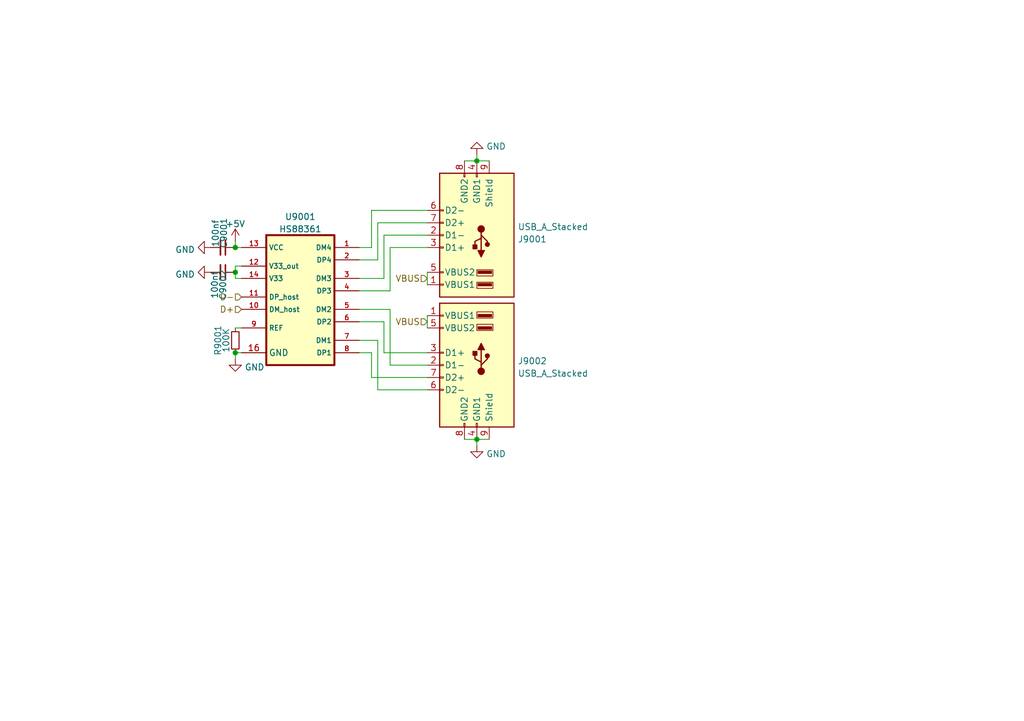
<source format=kicad_sch>
(kicad_sch (version 20211123) (generator eeschema)
  (paper "A5")
  (lib_symbols
    (symbol "Connector:USB_A_Stacked" (pin_names (offset 1.016))
      (property "Reference" "J" (at 0 15.875 0))
      (property "Value" "USB_A_Stacked" (at 0 13.97 0))
      (symbol "USB_A_Stacked_0_1"
        (rectangle (start -7.62 12.7) (end 7.62 -12.7) (stroke (width 0.254)) (fill (type background)))
        (circle (center -2.159 1.905) (radius 0.381) (stroke (width 0.254)) (fill (type outline)))
        (circle (center -0.889 -1.27) (radius 0.635) (stroke (width 0.254)) (fill (type outline)))
        (rectangle (start -0.254 7.366) (end -3.048 7.874) (fill (type outline)))
        (rectangle (start -0.254 9.906) (end -3.048 10.414) (fill (type outline)))
        (rectangle (start -0.127 -12.7) (end 0.127 -11.938))
        (polyline (pts (xy -1.524 3.175) (xy -0.254 3.175) (xy -0.889 4.445) (xy -1.524 3.175)) (stroke (width 0.254)) (fill (type outline)))
        (polyline (pts (xy -0.889 -0.635) (xy -0.889 0) (xy -2.159 1.27) (xy -2.159 1.905)) (stroke (width 0.254)))
        (polyline (pts (xy -0.889 0) (xy -0.889 0.635) (xy 0.381 1.27) (xy 0.381 2.54)) (stroke (width 0.254)))
        (rectangle (start 0 2.794) (end 0.762 2.032) (stroke (width 0.254)) (fill (type outline)))
        (rectangle (start 0 7.112) (end -3.302 8.382))
        (rectangle (start 0 9.652) (end -3.302 10.922))
        (rectangle (start 2.413 -12.7) (end 2.667 -11.938))
        (rectangle (start 7.62 -5.207) (end 6.858 -4.953))
        (rectangle (start 7.62 -2.667) (end 6.858 -2.413))
        (rectangle (start 7.62 -0.127) (end 6.858 0.127))
        (rectangle (start 7.62 2.413) (end 6.858 2.667))
        (rectangle (start 7.62 7.493) (end 6.858 7.747))
        (rectangle (start 7.62 10.033) (end 6.858 10.287))
      )
      (symbol "USB_A_Stacked_1_1"
        (polyline (pts (xy -0.889 0.635) (xy -0.889 3.175)) (stroke (width 0.254)))
        (pin power_in line (at 10.16 10.16 180) (length 2.54) (name "VBUS1") (number "1"))
        (pin bidirectional line (at 10.16 0 180) (length 2.54) (name "D1-") (number "2"))
        (pin bidirectional line (at 10.16 2.54 180) (length 2.54) (name "D1+") (number "3"))
        (pin power_in line (at 0 -15.24 90) (length 2.54) (name "GND1") (number "4"))
        (pin power_in line (at 10.16 7.62 180) (length 2.54) (name "VBUS2") (number "5"))
        (pin bidirectional line (at 10.16 -5.08 180) (length 2.54) (name "D2-") (number "6"))
        (pin bidirectional line (at 10.16 -2.54 180) (length 2.54) (name "D2+") (number "7"))
        (pin power_in line (at 2.54 -15.24 90) (length 2.54) (name "GND2") (number "8"))
        (pin passive line (at -2.54 -15.24 90) (length 2.54) (name "Shield") (number "9"))
      )
    )
    (symbol "Device:C_Small" (pin_numbers hide) (pin_names (offset 0.254) hide)
      (property "Reference" "C" (at 0.254 1.778 0))
      (property "Value" "C_Small" (at 0.254 -2.032 0))
      (symbol "C_Small_0_1"
        (polyline (pts (xy -1.524 -0.508) (xy 1.524 -0.508)) (stroke (width 0.3302)))
        (polyline (pts (xy -1.524 0.508) (xy 1.524 0.508)) (stroke (width 0.3048)))
      )
      (symbol "C_Small_1_1"
        (pin passive line (at 0 2.54 270) (length 2.032) (name "~") (number "1"))
        (pin passive line (at 0 -2.54 90) (length 2.032) (name "~") (number "2"))
      )
    )
    (symbol "Device:R_Small" (pin_numbers hide) (pin_names (offset 0.254) hide)
      (property "Reference" "R" (at 0.762 0.508 0))
      (property "Value" "R_Small" (at 0.762 -1.016 0))
      (symbol "R_Small_0_1"
        (rectangle (start -0.762 1.778) (end 0.762 -1.778) (stroke (width 0.2032)))
      )
      (symbol "R_Small_1_1"
        (pin passive line (at 0 2.54 270) (length 0.762) (name "~") (number "1"))
        (pin passive line (at 0 -2.54 90) (length 0.762) (name "~") (number "2"))
      )
    )
    (symbol "HS8836A_USB2-0_hub:HS88361"
      (property "Reference" "U" (at -6.35 5.08 0))
      (property "Value" "HS88361" (at -6.35 2.54 0))
      (symbol "HS88361_0_0"
        (rectangle (start 0 -25.4) (end -13.97 1.27) (stroke (width 0.4064)) (fill (type background)))
        (pin output line (at 5.08 -1.27 180) (length 5.08) (name "DM4") (number "1"))
        (pin input line (at -19.05 -13.97 0) (length 5.08) (name "DM_host") (number "10"))
        (pin input line (at -19.05 -11.43 0) (length 5.08) (name "DP_host") (number "11"))
        (pin output line (at -19.05 -5.08 0) (length 5.08) (name "V33_out") (number "12"))
        (pin power_in line (at -19.05 -1.27 0) (length 5.08) (name "VCC") (number "13"))
        (pin power_in line (at -19.05 -7.62 0) (length 5.08) (name "V33") (number "14"))
        (pin power_in line (at -19.05 -22.86 0) (length 5.08) (name "GND") (number "16"))
        (pin output line (at 5.08 -3.81 180) (length 5.08) (name "DP4") (number "2"))
        (pin output line (at 5.08 -7.62 180) (length 5.08) (name "DM3") (number "3"))
        (pin output line (at 5.08 -10.16 180) (length 5.08) (name "DP3") (number "4"))
        (pin output line (at 5.08 -13.97 180) (length 5.08) (name "DM2") (number "5"))
        (pin output line (at 5.08 -16.51 180) (length 5.08) (name "DP2") (number "6"))
        (pin output line (at 5.08 -20.32 180) (length 5.08) (name "DM1") (number "7"))
        (pin output line (at 5.08 -22.86 180) (length 5.08) (name "DP1") (number "8"))
        (pin input line (at -19.05 -17.78 0) (length 5.08) (name "REF") (number "9"))
      )
    )
    (symbol "power:+5V" (power) (pin_names (offset 0))
      (property "Value" "+5V" (at 0 3.556 0))
      (symbol "+5V_0_1"
        (polyline (pts (xy -0.762 1.27) (xy 0 2.54)))
        (polyline (pts (xy 0 0) (xy 0 2.54)))
        (polyline (pts (xy 0 2.54) (xy 0.762 1.27)))
      )
      (symbol "+5V_1_1"
        (pin power_in line (at 0 0 90) (length 0) hide (name "+5V") (number "1"))
      )
    )
    (symbol "power:GND" (power) (pin_names (offset 0))
      (property "Value" "GND" (at 0 -3.81 0))
      (symbol "GND_0_1"
        (polyline (pts (xy 0 0) (xy 0 -1.27) (xy 1.27 -1.27) (xy 0 -2.54) (xy -1.27 -1.27) (xy 0 -1.27)))
      )
      (symbol "GND_1_1"
        (pin power_in line (at 0 0 270) (length 0) hide (name "GND") (number "1"))
      )
    )
  )
  (junction (at 48.26 55.88))
  (junction (at 97.79 90.17))
  (junction (at 48.26 72.39))
  (junction (at 97.79 33.02))
  (junction (at 48.26 50.8))
  (wire (pts (xy 78.74 57.15) (xy 78.74 48.26)))
  (wire (pts (xy 48.26 72.39) (xy 48.26 73.66)))
  (wire (pts (xy 73.66 69.85) (xy 77.47 69.85)))
  (wire (pts (xy 80.01 50.8) (xy 87.63 50.8)))
  (wire (pts (xy 73.66 50.8) (xy 76.2 50.8)))
  (wire (pts (xy 80.01 59.69) (xy 80.01 50.8)))
  (wire (pts (xy 77.47 80.01) (xy 87.63 80.01)))
  (wire (pts (xy 73.66 57.15) (xy 78.74 57.15)))
  (wire (pts (xy 77.47 69.85) (xy 77.47 80.01)))
  (wire (pts (xy 73.66 63.5) (xy 80.01 63.5)))
  (wire (pts (xy 95.25 33.02) (xy 97.79 33.02)))
  (wire (pts (xy 73.66 53.34) (xy 77.47 53.34)))
  (wire (pts (xy 78.74 66.04) (xy 78.74 72.39)))
  (wire (pts (xy 76.2 72.39) (xy 73.66 72.39)))
  (wire (pts (xy 87.63 58.42) (xy 87.63 55.88)))
  (wire (pts (xy 76.2 77.47) (xy 76.2 72.39)))
  (wire (pts (xy 76.2 50.8) (xy 76.2 43.18)))
  (wire (pts (xy 49.53 57.15) (xy 48.26 57.15)))
  (wire (pts (xy 77.47 53.34) (xy 77.47 45.72)))
  (wire (pts (xy 97.79 90.17) (xy 97.79 91.44)))
  (wire (pts (xy 97.79 33.02) (xy 100.33 33.02)))
  (wire (pts (xy 87.63 64.77) (xy 87.63 67.31)))
  (wire (pts (xy 48.26 72.39) (xy 49.53 72.39)))
  (wire (pts (xy 48.26 67.31) (xy 49.53 67.31)))
  (wire (pts (xy 76.2 43.18) (xy 87.63 43.18)))
  (wire (pts (xy 95.25 90.17) (xy 97.79 90.17)))
  (wire (pts (xy 73.66 59.69) (xy 80.01 59.69)))
  (wire (pts (xy 78.74 72.39) (xy 87.63 72.39)))
  (wire (pts (xy 73.66 66.04) (xy 78.74 66.04)))
  (wire (pts (xy 97.79 90.17) (xy 100.33 90.17)))
  (wire (pts (xy 48.26 50.8) (xy 49.53 50.8)))
  (wire (pts (xy 48.26 49.53) (xy 48.26 50.8)))
  (wire (pts (xy 48.26 57.15) (xy 48.26 55.88)))
  (wire (pts (xy 97.79 33.02) (xy 97.79 31.75)))
  (wire (pts (xy 80.01 63.5) (xy 80.01 74.93)))
  (wire (pts (xy 77.47 45.72) (xy 87.63 45.72)))
  (wire (pts (xy 48.26 55.88) (xy 48.26 54.61)))
  (wire (pts (xy 87.63 77.47) (xy 76.2 77.47)))
  (wire (pts (xy 48.26 54.61) (xy 49.53 54.61)))
  (wire (pts (xy 78.74 48.26) (xy 87.63 48.26)))
  (wire (pts (xy 80.01 74.93) (xy 87.63 74.93)))
  (hierarchical_label "VBUS" (shape input) (at 87.63 66.04 180))
  (hierarchical_label "VBUS" (shape input) (at 87.63 57.15 180))
  (hierarchical_label "D+" (shape input) (at 49.53 63.5 180))
  (hierarchical_label "D-" (shape input) (at 49.53 60.96 180))
  (symbol (lib_id "power:GND") (at 43.18 50.8 270) (unit 1)
    (property "Reference" "#PWR0170" (effects hide))
    (property "Value" "GND" (at 40.0051 51.2338 90) (effects (justify right)))
  )
  (symbol (lib_id "HS8836A_USB2-0_hub:HS88361") (at 68.58 49.53 0) (unit 1)
    (property "Reference" "U9001" (at 61.595 44.484 0))
    (property "Value" "HS88361" (at 61.595 47.0209 0))
    (property "Footprint" "Package_SO:SO-16_3.9x9.9mm_P1.27mm" (effects hide))
  )
  (symbol (lib_id "power:+5V") (at 48.26 49.53 0) (mirror y) (unit 1)
    (property "Reference" "#PWR0129" (effects hide))
    (property "Value" "+5V" (at 48.26 45.9542 0))
  )
  (symbol (lib_id "power:GND") (at 48.26 73.66 0) (unit 1)
    (property "Reference" "#PWR0128" (effects hide))
    (property "Value" "GND" (at 50.165 75.3638 0) (effects (justify left)))
  )
  (symbol (lib_id "power:GND") (at 97.79 31.75 0) (mirror x) (unit 1)
    (property "Reference" "#PWR0106" (effects hide))
    (property "Value" "GND" (at 99.695 30.0462 0) (effects (justify left)))
  )
  (symbol (lib_id "Connector:USB_A_Stacked") (at 97.79 48.26 180) (unit 1)
    (property "Reference" "J9001" (at 106.172 49.0947 0) (effects (justify right)))
    (property "Value" "USB_A_Stacked" (at 106.172 46.5578 0) (effects (justify right)))
    (property "Footprint" "Connector_USB:USB_A_Wuerth_61400826021_Horizontal_Stacked" (effects hide))
    (property "Datasheet" " ~" (effects hide))
  )
  (symbol (lib_id "Device:C_Small") (at 45.72 55.88 270) (unit 1)
    (property "Reference" "C9002" (at 45.72 58.42 0))
    (property "Value" "100nf" (at 44.0182 58.4708 0))
    (property "Footprint" "Capacitor_SMD:C_0603_1608Metric" (effects hide))
  )
  (symbol (lib_id "Connector:USB_A_Stacked") (at 97.79 74.93 0) (mirror y) (unit 1)
    (property "Reference" "J9002" (at 106.172 74.0953 0) (effects (justify right)))
    (property "Value" "USB_A_Stacked" (at 106.172 76.6322 0) (effects (justify right)))
    (property "Footprint" "Connector_USB:USB_A_Wuerth_61400826021_Horizontal_Stacked" (effects hide))
    (property "Datasheet" " ~" (effects hide))
  )
  (symbol (lib_id "Device:C_Small") (at 45.72 50.8 270) (unit 1)
    (property "Reference" "C9001" (at 45.8978 47.8282 0))
    (property "Value" "100nf" (at 44.196 47.879 0))
    (property "Footprint" "Capacitor_SMD:C_0603_1608Metric" (effects hide))
  )
  (symbol (lib_id "power:GND") (at 97.79 91.44 0) (unit 1)
    (property "Reference" "#PWR0103" (effects hide))
    (property "Value" "GND" (at 99.695 93.1438 0) (effects (justify left)))
  )
  (symbol (lib_id "Device:R_Small") (at 48.26 69.85 180) (unit 1)
    (property "Reference" "R9001" (at 44.704 69.85 90))
    (property "Value" "100K" (at 46.3605 69.85 90))
    (property "Footprint" "Resistor_SMD:R_0603_1608Metric" (effects hide))
  )
  (symbol (lib_id "power:GND") (at 43.18 55.88 270) (unit 1)
    (property "Reference" "#PWR0171" (effects hide))
    (property "Value" "GND" (at 40.0051 56.3138 90) (effects (justify right)))
  )
)
</source>
